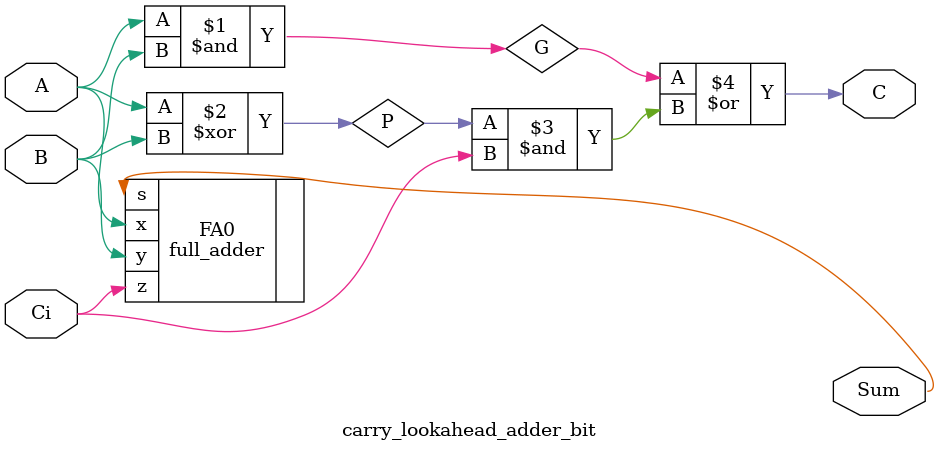
<source format=sv>
module carry_lookahead_adder
(
    input   logic[15:0]     A,
    input   logic[15:0]     B,
    output  logic[15:0]     Sum,
    output  logic           CO
);
	// define wires for bus
    wire c1, c2, c3;   

	 // add four four-bit carry-lookahead submodules connected via bus
    carry_lookahead_adder_submodule S0(.A(A[ 3: 0]), .B(B[ 3: 0]), .Ci( 0), .Sum(Sum[ 3: 0]), .C(c1));
    carry_lookahead_adder_submodule S1(.A(A[ 7: 4]), .B(B[ 7: 4]), .Ci(c1), .Sum(Sum[ 7: 4]), .C(c2));
    carry_lookahead_adder_submodule S2(.A(A[11: 8]), .B(B[11: 8]), .Ci(c2), .Sum(Sum[11: 8]), .C(c3));
    carry_lookahead_adder_submodule S3(.A(A[15:12]), .B(B[15:12]), .Ci(c3), .Sum(Sum[15:12]), .C(CO));

endmodule

module carry_lookahead_adder_submodule (
    input   logic[3:0]   A,
    input   logic[3:0]   B,
    input   logic        Ci,
    output  logic[3:0]   Sum,
    output  logic        C
);

	// define wires for bus
    wire c1, c2, c3;
	 
	 // add four bit carry-lookahead bits connected via bus
    carry_lookahead_adder_bit B0(.A(A[0]), .B(B[0]), .Ci(Ci), .Sum(Sum[0]), .C(c1));
    carry_lookahead_adder_bit B1(.A(A[1]), .B(B[1]), .Ci(c1), .Sum(Sum[1]), .C(c2));
    carry_lookahead_adder_bit B2(.A(A[2]), .B(B[2]), .Ci(c2), .Sum(Sum[2]), .C(c3));
    carry_lookahead_adder_bit B3(.A(A[3]), .B(B[3]), .Ci(c3), .Sum(Sum[3]), .C( C));

endmodule

module carry_lookahead_adder_bit (
    input   logic   A,
    input   logic   B,
    input   logic   Ci,
    output  logic   Sum,
    output  logic   C
);

	// generate, propogate terms
    assign G = A & B;
    assign P = A ^ B;
	 
	 // carry term
    assign C = G | (P & Ci);

	 // compute sum
    full_adder FA0 (.x(A), .y(B), .z(Ci), .s(Sum));

endmodule
</source>
